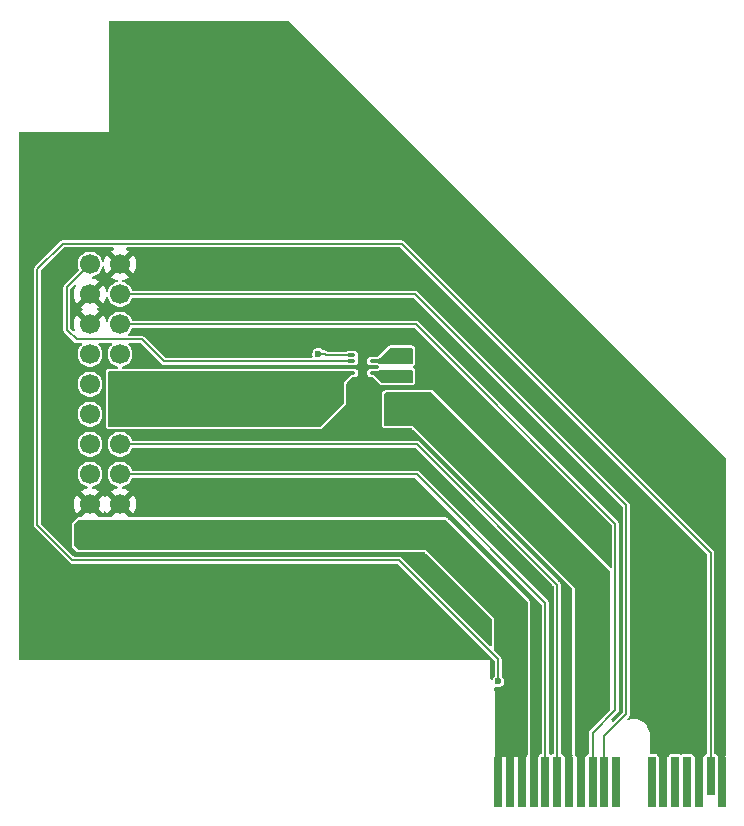
<source format=gbr>
%TF.GenerationSoftware,KiCad,Pcbnew,9.0.3*%
%TF.CreationDate,2025-08-09T18:19:05-04:00*%
%TF.ProjectId,PCIe-Aux-Signal-Breakout,50434965-2d41-4757-982d-5369676e616c,rev?*%
%TF.SameCoordinates,Original*%
%TF.FileFunction,Copper,L1,Top*%
%TF.FilePolarity,Positive*%
%FSLAX46Y46*%
G04 Gerber Fmt 4.6, Leading zero omitted, Abs format (unit mm)*
G04 Created by KiCad (PCBNEW 9.0.3) date 2025-08-09 18:19:05*
%MOMM*%
%LPD*%
G01*
G04 APERTURE LIST*
G04 Aperture macros list*
%AMRoundRect*
0 Rectangle with rounded corners*
0 $1 Rounding radius*
0 $2 $3 $4 $5 $6 $7 $8 $9 X,Y pos of 4 corners*
0 Add a 4 corners polygon primitive as box body*
4,1,4,$2,$3,$4,$5,$6,$7,$8,$9,$2,$3,0*
0 Add four circle primitives for the rounded corners*
1,1,$1+$1,$2,$3*
1,1,$1+$1,$4,$5*
1,1,$1+$1,$6,$7*
1,1,$1+$1,$8,$9*
0 Add four rect primitives between the rounded corners*
20,1,$1+$1,$2,$3,$4,$5,0*
20,1,$1+$1,$4,$5,$6,$7,0*
20,1,$1+$1,$6,$7,$8,$9,0*
20,1,$1+$1,$8,$9,$2,$3,0*%
G04 Aperture macros list end*
%TA.AperFunction,SMDPad,CuDef*%
%ADD10O,0.800000X0.300000*%
%TD*%
%TA.AperFunction,HeatsinkPad*%
%ADD11R,0.700000X1.300000*%
%TD*%
%TA.AperFunction,ComponentPad*%
%ADD12RoundRect,0.250000X0.600000X0.600000X-0.600000X0.600000X-0.600000X-0.600000X0.600000X-0.600000X0*%
%TD*%
%TA.AperFunction,ComponentPad*%
%ADD13C,1.700000*%
%TD*%
%TA.AperFunction,SMDPad,CuDef*%
%ADD14RoundRect,0.225000X0.250000X-0.225000X0.250000X0.225000X-0.250000X0.225000X-0.250000X-0.225000X0*%
%TD*%
%TA.AperFunction,HeatsinkPad*%
%ADD15R,2.000000X0.800000*%
%TD*%
%TA.AperFunction,ConnectorPad*%
%ADD16R,0.700000X4.200000*%
%TD*%
%TA.AperFunction,ConnectorPad*%
%ADD17R,0.700000X3.200000*%
%TD*%
%TA.AperFunction,SMDPad,CuDef*%
%ADD18RoundRect,0.225000X0.225000X0.250000X-0.225000X0.250000X-0.225000X-0.250000X0.225000X-0.250000X0*%
%TD*%
%TA.AperFunction,SMDPad,CuDef*%
%ADD19RoundRect,0.250000X-0.250000X-0.475000X0.250000X-0.475000X0.250000X0.475000X-0.250000X0.475000X0*%
%TD*%
%TA.AperFunction,ViaPad*%
%ADD20C,0.600000*%
%TD*%
%TA.AperFunction,Conductor*%
%ADD21C,0.200000*%
%TD*%
G04 APERTURE END LIST*
D10*
%TO.P,U1,1,SW*%
%TO.N,Net-(U1-SW)*%
X81365000Y-102520000D03*
%TO.P,U1,2,PGND*%
%TO.N,GND*%
X81365000Y-102020000D03*
%TO.P,U1,3,IN*%
%TO.N,+3.3V*%
X81365000Y-101520000D03*
%TO.P,U1,4,AGND*%
%TO.N,GND*%
X81365000Y-101020000D03*
%TO.P,U1,5,OUTS*%
%TO.N,+5V*%
X79465000Y-101020000D03*
%TO.P,U1,6,EN*%
%TO.N,PERST#*%
X79465000Y-101520000D03*
%TO.P,U1,7,~{PG}*%
%TO.N,GND*%
X79465000Y-102020000D03*
%TO.P,U1,8,OUT*%
%TO.N,+5V*%
X79465000Y-102520000D03*
D11*
%TO.P,U1,9,EP*%
%TO.N,GND*%
X80415000Y-101770000D03*
%TD*%
D12*
%TO.P,J3,1,Pin_1*%
%TO.N,+12V*%
X59877500Y-116180000D03*
D13*
%TO.P,J3,2,Pin_2*%
X57337500Y-116180000D03*
%TO.P,J3,3,Pin_3*%
%TO.N,GND*%
X59877500Y-113640000D03*
%TO.P,J3,4,Pin_4*%
X57337500Y-113640000D03*
%TO.P,J3,5,Pin_5*%
%TO.N,SMBCLK*%
X59877500Y-111100000D03*
%TO.P,J3,6,Pin_6*%
%TO.N,TCK*%
X57337500Y-111100000D03*
%TO.P,J3,7,Pin_7*%
%TO.N,SMBDAT*%
X59877500Y-108560000D03*
%TO.P,J3,8,Pin_8*%
%TO.N,TDI*%
X57337500Y-108560000D03*
%TO.P,J3,9,Pin_9*%
%TO.N,+5V*%
X59877500Y-106020000D03*
%TO.P,J3,10,Pin_10*%
%TO.N,TDO*%
X57337500Y-106020000D03*
%TO.P,J3,11,Pin_11*%
%TO.N,+5V*%
X59877500Y-103480000D03*
%TO.P,J3,12,Pin_12*%
%TO.N,TMS*%
X57337500Y-103480000D03*
%TO.P,J3,13,Pin_13*%
%TO.N,+3.3V*%
X59877500Y-100940000D03*
%TO.P,J3,14,Pin_14*%
X57337500Y-100940000D03*
%TO.P,J3,15,Pin_15*%
%TO.N,TRST#*%
X59877500Y-98400000D03*
%TO.P,J3,16,Pin_16*%
%TO.N,GND*%
X57337500Y-98400000D03*
%TO.P,J3,17,Pin_17*%
%TO.N,+3.3VAUX*%
X59877500Y-95860000D03*
%TO.P,J3,18,Pin_18*%
%TO.N,GND*%
X57337500Y-95860000D03*
%TO.P,J3,19,Pin_19*%
X59877500Y-93320000D03*
%TO.P,J3,20,Pin_20*%
%TO.N,PERST#*%
X57337500Y-93320000D03*
%TD*%
D14*
%TO.P,C3,1*%
%TO.N,+3.3V*%
X83245000Y-101120000D03*
%TO.P,C3,2*%
%TO.N,GND*%
X83245000Y-99570000D03*
%TD*%
D15*
%TO.P,L1,1,1*%
%TO.N,+3.3V*%
X83445000Y-104770000D03*
%TO.P,L1,2,2*%
%TO.N,Net-(U1-SW)*%
X83445000Y-102770000D03*
%TD*%
D16*
%TO.P,J1,B1,+12V*%
%TO.N,+12V*%
X91890000Y-137120000D03*
%TO.P,J1,B2,+12V*%
X92890000Y-137120000D03*
%TO.P,J1,B3,+12V*%
X93890000Y-137120000D03*
%TO.P,J1,B4,GND*%
%TO.N,GND*%
X94890000Y-137120000D03*
%TO.P,J1,B5,SMBCLK*%
%TO.N,SMBCLK*%
X95890000Y-137120000D03*
%TO.P,J1,B6,SMBDAT*%
%TO.N,SMBDAT*%
X96890000Y-137120000D03*
%TO.P,J1,B7,GND*%
%TO.N,GND*%
X97890000Y-137120000D03*
%TO.P,J1,B8,+3.3V*%
%TO.N,+3.3V*%
X98890000Y-137120000D03*
%TO.P,J1,B9,TRST#*%
%TO.N,TRST#*%
X99890000Y-137120000D03*
%TO.P,J1,B10,+3.3V_aux*%
%TO.N,+3.3VAUX*%
X100890000Y-137120000D03*
%TO.P,J1,B11,WAKE#*%
%TO.N,unconnected-(J1-WAKE#-PadB11)*%
X101890000Y-137120000D03*
%TO.P,J1,B12,CLKREQ#*%
%TO.N,unconnected-(J1-CLKREQ#-PadB12)*%
X104890000Y-137120000D03*
%TO.P,J1,B13,GND*%
%TO.N,GND*%
X105890000Y-137120000D03*
%TO.P,J1,B14,PERp0*%
%TO.N,unconnected-(J1-PERp0-PadB14)*%
X106890000Y-137120000D03*
%TO.P,J1,B15,PERn0*%
%TO.N,unconnected-(J1-PERn0-PadB15)*%
X107890000Y-137120000D03*
%TO.P,J1,B16,GND*%
%TO.N,GND*%
X108890000Y-137120000D03*
D17*
%TO.P,J1,B17,PRSNT2#*%
%TO.N,PRSNT*%
X109890000Y-136620000D03*
D16*
%TO.P,J1,B18,GND*%
%TO.N,GND*%
X110890000Y-137120000D03*
%TD*%
D18*
%TO.P,C2,1*%
%TO.N,+3.3V*%
X82870000Y-106100000D03*
%TO.P,C2,2*%
%TO.N,GND*%
X81320000Y-106100000D03*
%TD*%
D19*
%TO.P,C1,1*%
%TO.N,+5V*%
X78065000Y-104080000D03*
%TO.P,C1,2*%
%TO.N,GND*%
X79965000Y-104080000D03*
%TD*%
D20*
%TO.N,+5V*%
X76655000Y-100920000D03*
%TO.N,GND*%
X105885000Y-134255000D03*
X95120000Y-131605000D03*
X84260000Y-99585000D03*
X97715000Y-123695000D03*
X95115000Y-133380000D03*
X110855000Y-134205000D03*
X108890000Y-134215000D03*
X81470000Y-104090000D03*
X80230000Y-106085000D03*
X95115000Y-134230000D03*
X95120000Y-132455000D03*
X107910000Y-134230000D03*
X106915000Y-134245000D03*
%TO.N,+3.3V*%
X98890000Y-131715000D03*
X84145000Y-106480000D03*
X98890000Y-130860000D03*
X99890000Y-130860000D03*
X99890000Y-131720000D03*
X100890000Y-130860000D03*
X84145000Y-105730000D03*
X84245000Y-101110000D03*
%TO.N,PRSNT*%
X91890000Y-128640000D03*
%TO.N,+12V*%
X92890000Y-131610000D03*
X92890000Y-134240000D03*
X93910000Y-133380000D03*
X93910000Y-132450000D03*
X93910000Y-134230000D03*
X93910000Y-131600000D03*
X92890000Y-132460000D03*
X92890000Y-133390000D03*
%TD*%
D21*
%TO.N,+5V*%
X77220000Y-100920000D02*
X77320000Y-101020000D01*
X77320000Y-101020000D02*
X79465000Y-101020000D01*
X76655000Y-100920000D02*
X77220000Y-100920000D01*
%TO.N,TRST#*%
X99890000Y-132975000D02*
X101830000Y-131035000D01*
X84920000Y-98400000D02*
X59877500Y-98400000D01*
X101830000Y-131035000D02*
X101830000Y-115310000D01*
X101830000Y-115310000D02*
X84920000Y-98400000D01*
X99890000Y-137120000D02*
X99890000Y-132975000D01*
%TO.N,+3.3VAUX*%
X84875000Y-95860000D02*
X59877500Y-95860000D01*
X100890000Y-133285000D02*
X102740000Y-131435000D01*
X102740000Y-113725000D02*
X84875000Y-95860000D01*
X100890000Y-137120000D02*
X100890000Y-133285000D01*
X102740000Y-131435000D02*
X102740000Y-113725000D01*
%TO.N,PRSNT*%
X83495000Y-118370000D02*
X55845000Y-118370000D01*
X52890000Y-93730000D02*
X55020000Y-91600000D01*
X55845000Y-118370000D02*
X52890000Y-115415000D01*
X83740000Y-91600000D02*
X109890000Y-117750000D01*
X52890000Y-115415000D02*
X52890000Y-93730000D01*
X91890000Y-128640000D02*
X91890000Y-126765000D01*
X91890000Y-126765000D02*
X83495000Y-118370000D01*
X55020000Y-91600000D02*
X83740000Y-91600000D01*
X109890000Y-117750000D02*
X109890000Y-136620000D01*
%TO.N,PERST#*%
X55385000Y-98870000D02*
X56205000Y-99690000D01*
X63570000Y-101520000D02*
X61735000Y-99685000D01*
X56205000Y-99690000D02*
X56210000Y-99685000D01*
X55385000Y-95272500D02*
X57337500Y-93320000D01*
X56210000Y-99685000D02*
X61735000Y-99685000D01*
X79465000Y-101520000D02*
X63570000Y-101520000D01*
X55385000Y-95272500D02*
X55385000Y-98870000D01*
%TO.N,SMBDAT*%
X96890000Y-137120000D02*
X96890000Y-120450000D01*
X96890000Y-120450000D02*
X85000000Y-108560000D01*
X85000000Y-108560000D02*
X59877500Y-108560000D01*
%TO.N,SMBCLK*%
X59877500Y-111100000D02*
X84990000Y-111100000D01*
X84990000Y-111100000D02*
X95890000Y-122000000D01*
X95890000Y-122000000D02*
X95890000Y-137120000D01*
%TD*%
%TA.AperFunction,Conductor*%
%TO.N,+5V*%
G36*
X79166197Y-102370500D02*
G01*
X79371000Y-102370500D01*
X79385912Y-102375345D01*
X79401593Y-102375345D01*
X79414278Y-102384561D01*
X79429191Y-102389407D01*
X79438407Y-102402092D01*
X79451093Y-102411309D01*
X79455938Y-102426221D01*
X79465155Y-102438907D01*
X79470000Y-102469500D01*
X79470000Y-102628992D01*
X79451093Y-102687183D01*
X79441004Y-102698996D01*
X78845000Y-103295000D01*
X78845000Y-105018992D01*
X78826093Y-105077183D01*
X78816004Y-105088996D01*
X76828996Y-107076004D01*
X76774479Y-107103781D01*
X76758992Y-107105000D01*
X58964000Y-107105000D01*
X58905809Y-107086093D01*
X58869845Y-107036593D01*
X58865000Y-107006000D01*
X58865000Y-102469000D01*
X58883907Y-102410809D01*
X58933407Y-102374845D01*
X58964000Y-102370000D01*
X79158569Y-102370000D01*
X79166197Y-102370500D01*
G37*
%TD.AperFunction*%
%TD*%
%TA.AperFunction,Conductor*%
%TO.N,Net-(U1-SW)*%
G36*
X84634191Y-102288907D02*
G01*
X84670155Y-102338407D01*
X84675000Y-102369000D01*
X84675000Y-103261000D01*
X84656093Y-103319191D01*
X84606593Y-103355155D01*
X84576000Y-103360000D01*
X82086008Y-103360000D01*
X82027817Y-103341093D01*
X82016004Y-103331004D01*
X81383996Y-102698996D01*
X81380369Y-102691878D01*
X81373907Y-102687183D01*
X81366743Y-102665134D01*
X81356219Y-102644479D01*
X81355000Y-102628992D01*
X81355000Y-102469500D01*
X81373907Y-102411309D01*
X81423407Y-102375345D01*
X81454000Y-102370500D01*
X81661142Y-102370500D01*
X81661144Y-102370500D01*
X81750288Y-102346614D01*
X81830212Y-102300469D01*
X81831686Y-102298994D01*
X81833015Y-102298317D01*
X81835358Y-102296520D01*
X81835691Y-102296954D01*
X81886201Y-102271219D01*
X81901688Y-102270000D01*
X84576000Y-102270000D01*
X84634191Y-102288907D01*
G37*
%TD.AperFunction*%
%TD*%
%TA.AperFunction,Conductor*%
%TO.N,+3.3V*%
G36*
X84634191Y-100418907D02*
G01*
X84670155Y-100468407D01*
X84675000Y-100499000D01*
X84675000Y-101671000D01*
X84656093Y-101729191D01*
X84606593Y-101765155D01*
X84576000Y-101770000D01*
X81901688Y-101770000D01*
X81843497Y-101751093D01*
X81831690Y-101741009D01*
X81830212Y-101739531D01*
X81750288Y-101693386D01*
X81661144Y-101669500D01*
X81464000Y-101669500D01*
X81449088Y-101664655D01*
X81433407Y-101664655D01*
X81420721Y-101655438D01*
X81405809Y-101650593D01*
X81396592Y-101637907D01*
X81383907Y-101628691D01*
X81379061Y-101613778D01*
X81369845Y-101601093D01*
X81365000Y-101570500D01*
X81365000Y-101469500D01*
X81383907Y-101411309D01*
X81433407Y-101375345D01*
X81464000Y-101370500D01*
X81661142Y-101370500D01*
X81661144Y-101370500D01*
X81750288Y-101346614D01*
X81830212Y-101300469D01*
X81831686Y-101298994D01*
X81833015Y-101298317D01*
X81835358Y-101296520D01*
X81835691Y-101296954D01*
X81868025Y-101280479D01*
X81866806Y-101277536D01*
X81884998Y-101270000D01*
X81885000Y-101270000D01*
X82726004Y-100428996D01*
X82780521Y-100401219D01*
X82796008Y-100400000D01*
X84576000Y-100400000D01*
X84634191Y-100418907D01*
G37*
%TD.AperFunction*%
%TD*%
%TA.AperFunction,Conductor*%
%TO.N,+3.3V*%
G36*
X101385000Y-131014021D02*
G01*
X101366093Y-131072212D01*
X101356004Y-131084025D01*
X99705489Y-132734540D01*
X99705488Y-132734539D01*
X99649539Y-132790489D01*
X99609980Y-132859007D01*
X99609978Y-132859011D01*
X99589500Y-132935435D01*
X99589500Y-134724478D01*
X99570593Y-134782669D01*
X99521093Y-134818633D01*
X99509816Y-134821575D01*
X99461772Y-134831132D01*
X99461766Y-134831134D01*
X99395451Y-134875445D01*
X99395445Y-134875451D01*
X99351134Y-134941766D01*
X99347403Y-134950776D01*
X99345910Y-134950157D01*
X99321524Y-134993700D01*
X99265959Y-135019314D01*
X99254325Y-135020000D01*
X98525675Y-135020000D01*
X98467484Y-135001093D01*
X98438143Y-134967251D01*
X98431395Y-134954481D01*
X98428867Y-134941769D01*
X98408849Y-134911811D01*
X98406468Y-134907304D01*
X98403038Y-134887551D01*
X98395000Y-134861053D01*
X98395000Y-130395000D01*
X101385000Y-130395000D01*
X101385000Y-131014021D01*
G37*
%TD.AperFunction*%
%TD*%
%TA.AperFunction,Conductor*%
%TO.N,+3.3V*%
G36*
X86277183Y-104198907D02*
G01*
X86288996Y-104208996D01*
X101356004Y-119276004D01*
X101383781Y-119330521D01*
X101385000Y-119346008D01*
X101385000Y-130395000D01*
X98395000Y-130395000D01*
X98395000Y-120720000D01*
X84685000Y-107010000D01*
X84685000Y-104180000D01*
X86218992Y-104180000D01*
X86277183Y-104198907D01*
G37*
%TD.AperFunction*%
%TD*%
%TA.AperFunction,Conductor*%
%TO.N,+12V*%
G36*
X87497183Y-114988907D02*
G01*
X87508996Y-114998996D01*
X94361004Y-121851004D01*
X94388781Y-121905521D01*
X94390000Y-121921008D01*
X94390000Y-134853569D01*
X94377969Y-134900870D01*
X94375814Y-134904830D01*
X94351133Y-134941769D01*
X94348485Y-134955078D01*
X94341294Y-134968301D01*
X94329477Y-134979497D01*
X94321524Y-134993700D01*
X94307828Y-135000013D01*
X94296881Y-135010387D01*
X94280740Y-135012499D01*
X94265959Y-135019314D01*
X94254325Y-135020000D01*
X91720500Y-135020000D01*
X91662309Y-135001093D01*
X91626345Y-134951593D01*
X91621500Y-134921000D01*
X91621500Y-129550379D01*
X91621500Y-129550378D01*
X91583746Y-129263610D01*
X91573995Y-129227219D01*
X91577198Y-129166119D01*
X91615703Y-129118570D01*
X91674803Y-129102734D01*
X91695245Y-129105971D01*
X91696812Y-129106390D01*
X91696814Y-129106392D01*
X91824108Y-129140500D01*
X91824110Y-129140500D01*
X91955890Y-129140500D01*
X91955892Y-129140500D01*
X92083186Y-129106392D01*
X92083188Y-129106390D01*
X92083190Y-129106390D01*
X92197309Y-129040503D01*
X92197309Y-129040502D01*
X92197314Y-129040500D01*
X92290500Y-128947314D01*
X92356392Y-128833186D01*
X92390500Y-128705892D01*
X92390500Y-128574108D01*
X92356392Y-128446814D01*
X92356390Y-128446811D01*
X92356390Y-128446809D01*
X92290503Y-128332690D01*
X92290501Y-128332688D01*
X92290500Y-128332686D01*
X92219494Y-128261680D01*
X92191719Y-128207166D01*
X92190500Y-128191679D01*
X92190500Y-126725437D01*
X92190499Y-126725435D01*
X92170021Y-126649011D01*
X92170019Y-126649007D01*
X92130460Y-126580489D01*
X92074511Y-126524539D01*
X92074511Y-126524540D01*
X91568996Y-126019025D01*
X91541219Y-125964508D01*
X91540000Y-125949021D01*
X91540000Y-123260001D01*
X91540000Y-123260000D01*
X85800000Y-117520000D01*
X85799999Y-117520000D01*
X56401008Y-117520000D01*
X56342817Y-117501093D01*
X56331004Y-117491004D01*
X56038996Y-117198996D01*
X56011219Y-117144479D01*
X56010000Y-117128992D01*
X56010000Y-115331008D01*
X56028907Y-115272817D01*
X56038996Y-115261004D01*
X56301004Y-114998996D01*
X56355521Y-114971219D01*
X56371008Y-114970000D01*
X87438992Y-114970000D01*
X87497183Y-114988907D01*
G37*
%TD.AperFunction*%
%TD*%
%TA.AperFunction,Conductor*%
%TO.N,+3.3V*%
G36*
X84685000Y-107010000D02*
G01*
X82364000Y-107010000D01*
X82305809Y-106991093D01*
X82269845Y-106941593D01*
X82265000Y-106911000D01*
X82265000Y-104279000D01*
X82283907Y-104220809D01*
X82333407Y-104184845D01*
X82364000Y-104180000D01*
X84685000Y-104180000D01*
X84685000Y-107010000D01*
G37*
%TD.AperFunction*%
%TD*%
%TA.AperFunction,Conductor*%
%TO.N,GND*%
G36*
X84882712Y-111419407D02*
G01*
X84894525Y-111429496D01*
X95560504Y-122095475D01*
X95588281Y-122149992D01*
X95589500Y-122165479D01*
X95589500Y-134724478D01*
X95570593Y-134782669D01*
X95521093Y-134818633D01*
X95509816Y-134821575D01*
X95461772Y-134831132D01*
X95461766Y-134831134D01*
X95395451Y-134875445D01*
X95395445Y-134875451D01*
X95351134Y-134941766D01*
X95347403Y-134950776D01*
X95345910Y-134950157D01*
X95321524Y-134993700D01*
X95265959Y-135019314D01*
X95254325Y-135020000D01*
X94686741Y-135020000D01*
X94628550Y-135001093D01*
X94592586Y-134951593D01*
X94589766Y-134907407D01*
X94588776Y-134907284D01*
X94589159Y-134904225D01*
X94595500Y-134853569D01*
X94595500Y-121921008D01*
X94594866Y-121904883D01*
X94593647Y-121889396D01*
X94571884Y-121812228D01*
X94544107Y-121757711D01*
X94506314Y-121705694D01*
X87654306Y-114853686D01*
X87654292Y-114853673D01*
X87654285Y-114853666D01*
X87642465Y-114842739D01*
X87642456Y-114842731D01*
X87630643Y-114832642D01*
X87560685Y-114793464D01*
X87502494Y-114774557D01*
X87502491Y-114774556D01*
X87502492Y-114774556D01*
X87438995Y-114764500D01*
X87438992Y-114764500D01*
X60689454Y-114764500D01*
X60631263Y-114745593D01*
X60619450Y-114735504D01*
X60006908Y-114122962D01*
X60070493Y-114105925D01*
X60184507Y-114040099D01*
X60277599Y-113947007D01*
X60343425Y-113832993D01*
X60360462Y-113769408D01*
X60992770Y-114401716D01*
X61032120Y-114347556D01*
X61128595Y-114158215D01*
X61194259Y-113956121D01*
X61227500Y-113746250D01*
X61227500Y-113533749D01*
X61194259Y-113323878D01*
X61128595Y-113121784D01*
X61032123Y-112932446D01*
X61032119Y-112932440D01*
X60992770Y-112878282D01*
X60992769Y-112878282D01*
X60360462Y-113510589D01*
X60343425Y-113447007D01*
X60277599Y-113332993D01*
X60184507Y-113239901D01*
X60070493Y-113174075D01*
X60006907Y-113157037D01*
X60639216Y-112524729D01*
X60639216Y-112524728D01*
X60585059Y-112485380D01*
X60585053Y-112485376D01*
X60395715Y-112388904D01*
X60193622Y-112323241D01*
X60139322Y-112314640D01*
X60084806Y-112286862D01*
X60057029Y-112232345D01*
X60066601Y-112171913D01*
X60109866Y-112128649D01*
X60135493Y-112119762D01*
X60183920Y-112110130D01*
X60375098Y-112030941D01*
X60547155Y-111915977D01*
X60693477Y-111769655D01*
X60808441Y-111597598D01*
X60864768Y-111461614D01*
X60904505Y-111415088D01*
X60956232Y-111400500D01*
X84824521Y-111400500D01*
X84882712Y-111419407D01*
G37*
%TD.AperFunction*%
%TA.AperFunction,Conductor*%
G36*
X59335623Y-91919407D02*
G01*
X59371587Y-91968907D01*
X59371587Y-92030093D01*
X59335623Y-92079593D01*
X59322377Y-92087710D01*
X59169946Y-92165376D01*
X59169942Y-92165378D01*
X59115782Y-92204728D01*
X59748091Y-92837037D01*
X59684507Y-92854075D01*
X59570493Y-92919901D01*
X59477401Y-93012993D01*
X59411575Y-93127007D01*
X59394537Y-93190591D01*
X58762228Y-92558282D01*
X58722878Y-92612442D01*
X58722876Y-92612446D01*
X58626404Y-92801784D01*
X58560741Y-93003877D01*
X58552140Y-93058177D01*
X58524362Y-93112694D01*
X58469845Y-93140470D01*
X58409413Y-93130898D01*
X58366149Y-93087633D01*
X58357262Y-93062006D01*
X58347630Y-93013580D01*
X58268441Y-92822402D01*
X58153477Y-92650345D01*
X58007155Y-92504023D01*
X57835098Y-92389059D01*
X57835099Y-92389059D01*
X57835097Y-92389058D01*
X57643918Y-92309869D01*
X57440967Y-92269500D01*
X57440965Y-92269500D01*
X57234035Y-92269500D01*
X57234032Y-92269500D01*
X57031081Y-92309869D01*
X56839902Y-92389058D01*
X56667848Y-92504020D01*
X56521520Y-92650348D01*
X56406558Y-92822402D01*
X56327369Y-93013581D01*
X56287000Y-93216532D01*
X56287000Y-93423467D01*
X56327369Y-93626418D01*
X56383696Y-93762402D01*
X56388497Y-93823399D01*
X56362236Y-93870292D01*
X55200489Y-95032040D01*
X55200488Y-95032039D01*
X55144539Y-95087989D01*
X55104980Y-95156507D01*
X55104978Y-95156511D01*
X55084500Y-95232935D01*
X55084500Y-98909564D01*
X55104978Y-98985988D01*
X55104980Y-98985992D01*
X55144538Y-99054508D01*
X55144540Y-99054511D01*
X55964540Y-99874511D01*
X55964539Y-99874511D01*
X56020486Y-99930457D01*
X56020489Y-99930460D01*
X56089012Y-99970021D01*
X56089014Y-99970021D01*
X56089015Y-99970022D01*
X56127225Y-99980260D01*
X56165435Y-99990499D01*
X56165437Y-99990500D01*
X56165438Y-99990500D01*
X56244561Y-99990500D01*
X56244562Y-99990500D01*
X56250634Y-99988872D01*
X56276256Y-99985500D01*
X56567361Y-99985500D01*
X56625552Y-100004407D01*
X56661516Y-100053907D01*
X56661516Y-100115093D01*
X56637366Y-100154501D01*
X56573753Y-100218115D01*
X56521520Y-100270348D01*
X56406558Y-100442402D01*
X56327369Y-100633581D01*
X56287000Y-100836532D01*
X56287000Y-101043467D01*
X56327369Y-101246418D01*
X56406558Y-101437597D01*
X56492450Y-101566144D01*
X56521523Y-101609655D01*
X56667845Y-101755977D01*
X56839902Y-101870941D01*
X57031080Y-101950130D01*
X57234035Y-101990500D01*
X57234036Y-101990500D01*
X57440964Y-101990500D01*
X57440965Y-101990500D01*
X57643920Y-101950130D01*
X57835098Y-101870941D01*
X58007155Y-101755977D01*
X58153477Y-101609655D01*
X58268441Y-101437598D01*
X58347630Y-101246420D01*
X58388000Y-101043465D01*
X58388000Y-100836535D01*
X58347630Y-100633580D01*
X58268441Y-100442402D01*
X58153477Y-100270345D01*
X58037633Y-100154501D01*
X58009858Y-100099987D01*
X58019429Y-100039555D01*
X58062694Y-99996290D01*
X58107639Y-99985500D01*
X59107361Y-99985500D01*
X59165552Y-100004407D01*
X59201516Y-100053907D01*
X59201516Y-100115093D01*
X59177366Y-100154501D01*
X59113753Y-100218115D01*
X59061520Y-100270348D01*
X58946558Y-100442402D01*
X58867369Y-100633581D01*
X58827000Y-100836532D01*
X58827000Y-101043467D01*
X58867369Y-101246418D01*
X58946558Y-101437597D01*
X59032450Y-101566144D01*
X59061523Y-101609655D01*
X59207845Y-101755977D01*
X59379902Y-101870941D01*
X59571080Y-101950130D01*
X59648064Y-101965443D01*
X59662940Y-101968402D01*
X59716324Y-101998299D01*
X59741940Y-102053864D01*
X59730003Y-102113874D01*
X59685073Y-102155406D01*
X59643626Y-102164500D01*
X58964000Y-102164500D01*
X58931856Y-102167030D01*
X58901206Y-102171883D01*
X58896718Y-102172646D01*
X58896713Y-102172647D01*
X58812617Y-102208591D01*
X58763118Y-102244555D01*
X58735372Y-102268797D01*
X58688464Y-102347307D01*
X58688462Y-102347310D01*
X58669556Y-102405499D01*
X58659500Y-102468996D01*
X58659500Y-102469000D01*
X58659500Y-107006000D01*
X58661399Y-107030130D01*
X58662030Y-107038143D01*
X58666883Y-107068793D01*
X58667646Y-107073281D01*
X58667647Y-107073286D01*
X58703591Y-107157382D01*
X58703592Y-107157383D01*
X58739556Y-107206883D01*
X58763797Y-107234628D01*
X58842307Y-107281536D01*
X58900498Y-107300443D01*
X58913198Y-107302454D01*
X58963996Y-107310500D01*
X58964000Y-107310500D01*
X76758978Y-107310500D01*
X76758992Y-107310500D01*
X76775117Y-107309866D01*
X76790604Y-107308647D01*
X76867772Y-107286884D01*
X76922289Y-107259107D01*
X76974306Y-107221314D01*
X78961314Y-105234306D01*
X78972269Y-105222456D01*
X78982358Y-105210643D01*
X79021536Y-105140685D01*
X79040443Y-105082494D01*
X79050500Y-105018992D01*
X79050500Y-103421128D01*
X79069407Y-103362937D01*
X79079496Y-103351124D01*
X79531124Y-102899496D01*
X79585641Y-102871719D01*
X79601128Y-102870500D01*
X79761142Y-102870500D01*
X79761144Y-102870500D01*
X79850288Y-102846614D01*
X79930212Y-102800469D01*
X79995469Y-102735212D01*
X80041614Y-102655288D01*
X80065500Y-102566144D01*
X80065500Y-102473856D01*
X80041614Y-102384712D01*
X79995469Y-102304788D01*
X79930212Y-102239531D01*
X79876623Y-102208591D01*
X79850290Y-102193387D01*
X79850289Y-102193386D01*
X79850288Y-102193386D01*
X79761144Y-102169500D01*
X79761142Y-102169500D01*
X79407204Y-102169500D01*
X79391717Y-102168281D01*
X79371002Y-102165000D01*
X79371000Y-102165000D01*
X79175465Y-102165000D01*
X79172226Y-102164947D01*
X79158569Y-102164500D01*
X60111374Y-102164500D01*
X60053183Y-102145593D01*
X60017219Y-102096093D01*
X60017219Y-102034907D01*
X60053183Y-101985407D01*
X60092060Y-101968402D01*
X60106936Y-101965443D01*
X60183920Y-101950130D01*
X60375098Y-101870941D01*
X60547155Y-101755977D01*
X60693477Y-101609655D01*
X60808441Y-101437598D01*
X60887630Y-101246420D01*
X60928000Y-101043465D01*
X60928000Y-100836535D01*
X60887630Y-100633580D01*
X60808441Y-100442402D01*
X60693477Y-100270345D01*
X60577633Y-100154501D01*
X60549858Y-100099987D01*
X60559429Y-100039555D01*
X60602694Y-99996290D01*
X60647639Y-99985500D01*
X61569521Y-99985500D01*
X61627712Y-100004407D01*
X61639525Y-100014496D01*
X63329540Y-101704511D01*
X63329539Y-101704511D01*
X63385489Y-101760460D01*
X63454007Y-101800019D01*
X63454011Y-101800021D01*
X63530435Y-101820499D01*
X63530437Y-101820500D01*
X63530438Y-101820500D01*
X79007954Y-101820500D01*
X79057454Y-101833764D01*
X79079708Y-101846612D01*
X79079706Y-101846612D01*
X79079710Y-101846613D01*
X79079712Y-101846614D01*
X79168856Y-101870500D01*
X79168858Y-101870500D01*
X79761142Y-101870500D01*
X79761144Y-101870500D01*
X79850288Y-101846614D01*
X79930212Y-101800469D01*
X79995469Y-101735212D01*
X80041614Y-101655288D01*
X80065500Y-101566144D01*
X80065500Y-101473856D01*
X80764500Y-101473856D01*
X80764500Y-101566144D01*
X80788386Y-101655288D01*
X80834531Y-101735212D01*
X80899788Y-101800469D01*
X80979712Y-101846614D01*
X81068856Y-101870500D01*
X81427796Y-101870500D01*
X81429500Y-101871053D01*
X81443283Y-101871719D01*
X81463998Y-101875000D01*
X81464000Y-101875000D01*
X81621054Y-101875000D01*
X81646676Y-101878373D01*
X81658380Y-101881509D01*
X81682258Y-101891400D01*
X81756500Y-101934264D01*
X81797441Y-101979733D01*
X81803837Y-102040584D01*
X81773244Y-102093572D01*
X81756498Y-102105737D01*
X81745066Y-102112337D01*
X81740513Y-102114810D01*
X81734956Y-102117641D01*
X81734924Y-102117659D01*
X81719364Y-102125586D01*
X81718155Y-102127251D01*
X81709478Y-102132884D01*
X81682253Y-102148601D01*
X81658390Y-102158487D01*
X81649224Y-102160944D01*
X81646686Y-102161624D01*
X81621054Y-102165000D01*
X81454000Y-102165000D01*
X81421856Y-102167530D01*
X81417102Y-102168282D01*
X81408549Y-102168955D01*
X81407628Y-102169318D01*
X81406769Y-102169095D01*
X81401628Y-102169500D01*
X81068856Y-102169500D01*
X80979712Y-102193386D01*
X80979711Y-102193386D01*
X80979709Y-102193387D01*
X80899790Y-102239529D01*
X80834529Y-102304790D01*
X80788387Y-102384709D01*
X80788386Y-102384711D01*
X80788386Y-102384712D01*
X80764500Y-102473856D01*
X80764500Y-102566144D01*
X80788386Y-102655288D01*
X80788387Y-102655290D01*
X80793427Y-102664020D01*
X80834531Y-102735212D01*
X80899788Y-102800469D01*
X80979712Y-102846614D01*
X81068856Y-102870500D01*
X81223872Y-102870500D01*
X81282063Y-102889407D01*
X81293876Y-102899496D01*
X81870694Y-103476314D01*
X81882544Y-103487269D01*
X81894357Y-103497358D01*
X81964315Y-103536536D01*
X82022506Y-103555443D01*
X82034560Y-103557352D01*
X82086004Y-103565500D01*
X82086008Y-103565500D01*
X84575993Y-103565500D01*
X84576000Y-103565500D01*
X84608144Y-103562970D01*
X84638737Y-103558125D01*
X84638748Y-103558123D01*
X84638793Y-103558116D01*
X84643281Y-103557353D01*
X84643280Y-103557353D01*
X84643287Y-103557352D01*
X84727383Y-103521408D01*
X84776883Y-103485444D01*
X84804628Y-103461203D01*
X84851536Y-103382693D01*
X84870443Y-103324502D01*
X84880500Y-103261000D01*
X84880500Y-102369000D01*
X84877970Y-102336856D01*
X84873125Y-102306263D01*
X84873116Y-102306206D01*
X84872353Y-102301718D01*
X84872352Y-102301713D01*
X84836408Y-102217617D01*
X84829850Y-102208591D01*
X84800444Y-102168117D01*
X84776203Y-102140372D01*
X84718747Y-102106043D01*
X84678492Y-102059966D01*
X84673008Y-101999027D01*
X84704391Y-101946503D01*
X84722948Y-101934849D01*
X84722551Y-101934150D01*
X84727381Y-101931409D01*
X84727381Y-101931408D01*
X84727383Y-101931408D01*
X84776883Y-101895444D01*
X84804628Y-101871203D01*
X84851536Y-101792693D01*
X84870443Y-101734502D01*
X84880500Y-101671000D01*
X84880500Y-100499000D01*
X84877970Y-100466856D01*
X84873125Y-100436263D01*
X84873116Y-100436206D01*
X84872353Y-100431718D01*
X84872352Y-100431713D01*
X84836408Y-100347617D01*
X84800444Y-100298117D01*
X84776203Y-100270372D01*
X84697693Y-100223464D01*
X84697691Y-100223463D01*
X84697689Y-100223462D01*
X84639499Y-100204556D01*
X84639500Y-100204556D01*
X84576003Y-100194500D01*
X84576000Y-100194500D01*
X82796008Y-100194500D01*
X82785258Y-100194922D01*
X82779876Y-100195134D01*
X82766331Y-100196200D01*
X82764396Y-100196353D01*
X82764393Y-100196353D01*
X82764392Y-100196354D01*
X82687230Y-100218115D01*
X82687224Y-100218117D01*
X82632708Y-100245894D01*
X82580695Y-100283684D01*
X81772417Y-101091960D01*
X81753576Y-101106711D01*
X81751932Y-101107703D01*
X81747891Y-101109937D01*
X81747491Y-101110383D01*
X81741304Y-101114119D01*
X81740043Y-101114412D01*
X81739534Y-101114742D01*
X81739713Y-101115050D01*
X81739682Y-101115068D01*
X81735541Y-101117324D01*
X81735419Y-101117403D01*
X81735279Y-101117475D01*
X81735275Y-101117468D01*
X81734930Y-101117657D01*
X81719345Y-101125600D01*
X81718137Y-101127263D01*
X81709477Y-101132884D01*
X81682255Y-101148600D01*
X81658390Y-101158487D01*
X81649224Y-101160944D01*
X81646686Y-101161624D01*
X81621054Y-101165000D01*
X81464000Y-101165000D01*
X81431856Y-101167530D01*
X81427102Y-101168282D01*
X81411628Y-101169500D01*
X81068856Y-101169500D01*
X80979712Y-101193386D01*
X80979711Y-101193386D01*
X80979709Y-101193387D01*
X80899790Y-101239529D01*
X80834529Y-101304790D01*
X80788387Y-101384709D01*
X80788386Y-101384711D01*
X80788386Y-101384712D01*
X80764500Y-101473856D01*
X80065500Y-101473856D01*
X80041614Y-101384712D01*
X80003962Y-101319498D01*
X79991241Y-101259653D01*
X80003961Y-101220503D01*
X80041614Y-101155288D01*
X80065500Y-101066144D01*
X80065500Y-100973856D01*
X80041614Y-100884712D01*
X79995469Y-100804788D01*
X79930212Y-100739531D01*
X79908177Y-100726809D01*
X79850290Y-100693387D01*
X79850289Y-100693386D01*
X79850288Y-100693386D01*
X79761144Y-100669500D01*
X79168856Y-100669500D01*
X79114297Y-100684118D01*
X79079707Y-100693387D01*
X79057454Y-100706236D01*
X79007954Y-100719500D01*
X77485478Y-100719500D01*
X77427287Y-100700593D01*
X77415480Y-100690509D01*
X77404511Y-100679540D01*
X77404508Y-100679538D01*
X77387121Y-100669499D01*
X77387121Y-100669500D01*
X77335989Y-100639979D01*
X77335988Y-100639978D01*
X77335987Y-100639978D01*
X77259564Y-100619500D01*
X77259562Y-100619500D01*
X77103321Y-100619500D01*
X77045130Y-100600593D01*
X77033323Y-100590509D01*
X76962314Y-100519500D01*
X76962311Y-100519498D01*
X76962309Y-100519496D01*
X76848189Y-100453609D01*
X76848191Y-100453609D01*
X76783240Y-100436206D01*
X76720892Y-100419500D01*
X76589108Y-100419500D01*
X76526760Y-100436206D01*
X76461809Y-100453609D01*
X76347690Y-100519496D01*
X76254496Y-100612690D01*
X76188609Y-100726809D01*
X76169539Y-100797978D01*
X76154500Y-100854108D01*
X76154500Y-100985892D01*
X76183702Y-101094879D01*
X76180500Y-101155978D01*
X76141995Y-101203528D01*
X76088076Y-101219500D01*
X63735479Y-101219500D01*
X63677288Y-101200593D01*
X63665475Y-101190504D01*
X62822588Y-100347617D01*
X61919511Y-99444540D01*
X61919508Y-99444538D01*
X61850992Y-99404980D01*
X61850988Y-99404978D01*
X61774564Y-99384500D01*
X61774562Y-99384500D01*
X60617639Y-99384500D01*
X60559448Y-99365593D01*
X60523484Y-99316093D01*
X60523484Y-99254907D01*
X60547633Y-99215498D01*
X60693477Y-99069655D01*
X60808441Y-98897598D01*
X60864768Y-98761614D01*
X60904505Y-98715088D01*
X60956232Y-98700500D01*
X84754521Y-98700500D01*
X84812712Y-98719407D01*
X84824525Y-98729496D01*
X101500504Y-115405475D01*
X101528281Y-115459992D01*
X101529500Y-115475479D01*
X101529500Y-118919873D01*
X101510593Y-118978064D01*
X101461093Y-119014028D01*
X101399907Y-119014028D01*
X101360498Y-118989878D01*
X86434306Y-104063686D01*
X86434292Y-104063673D01*
X86434285Y-104063666D01*
X86422465Y-104052739D01*
X86422456Y-104052731D01*
X86410643Y-104042642D01*
X86340685Y-104003464D01*
X86282494Y-103984557D01*
X86282491Y-103984556D01*
X86282492Y-103984556D01*
X86218995Y-103974500D01*
X86218992Y-103974500D01*
X84685000Y-103974500D01*
X82364000Y-103974500D01*
X82331856Y-103977030D01*
X82301206Y-103981883D01*
X82296718Y-103982646D01*
X82296713Y-103982647D01*
X82212617Y-104018591D01*
X82163118Y-104054555D01*
X82135372Y-104078797D01*
X82088464Y-104157307D01*
X82088462Y-104157310D01*
X82069556Y-104215499D01*
X82059500Y-104278996D01*
X82059500Y-104279000D01*
X82059500Y-106911000D01*
X82062030Y-106943143D01*
X82066883Y-106973793D01*
X82067646Y-106978281D01*
X82067647Y-106978286D01*
X82103591Y-107062382D01*
X82111514Y-107073287D01*
X82139556Y-107111883D01*
X82163797Y-107139628D01*
X82242307Y-107186536D01*
X82300498Y-107205443D01*
X82313198Y-107207454D01*
X82363996Y-107215500D01*
X82364000Y-107215500D01*
X84558872Y-107215500D01*
X84617063Y-107234407D01*
X84628876Y-107244496D01*
X98160504Y-120776124D01*
X98188281Y-120830641D01*
X98189500Y-120846128D01*
X98189500Y-130395000D01*
X98189500Y-134861053D01*
X98195904Y-134904225D01*
X98196238Y-134906473D01*
X98186075Y-134966808D01*
X98142388Y-135009646D01*
X98098310Y-135020000D01*
X97525675Y-135020000D01*
X97467484Y-135001093D01*
X97431520Y-134951593D01*
X97429111Y-134942360D01*
X97428867Y-134941772D01*
X97428867Y-134941769D01*
X97384552Y-134875448D01*
X97363009Y-134861053D01*
X97318233Y-134831134D01*
X97318231Y-134831133D01*
X97318228Y-134831132D01*
X97318227Y-134831132D01*
X97270184Y-134821575D01*
X97216801Y-134791678D01*
X97191186Y-134736112D01*
X97190500Y-134724478D01*
X97190500Y-120410437D01*
X97190499Y-120410435D01*
X97170021Y-120334011D01*
X97170019Y-120334007D01*
X97130460Y-120265489D01*
X97074511Y-120209539D01*
X97074511Y-120209540D01*
X85184511Y-108319540D01*
X85184508Y-108319538D01*
X85115992Y-108279980D01*
X85115988Y-108279978D01*
X85039564Y-108259500D01*
X85039562Y-108259500D01*
X60956232Y-108259500D01*
X60898041Y-108240593D01*
X60864768Y-108198386D01*
X60808441Y-108062402D01*
X60693479Y-107890348D01*
X60693477Y-107890345D01*
X60547155Y-107744023D01*
X60375098Y-107629059D01*
X60375099Y-107629059D01*
X60375097Y-107629058D01*
X60183918Y-107549869D01*
X59980967Y-107509500D01*
X59980965Y-107509500D01*
X59774035Y-107509500D01*
X59774032Y-107509500D01*
X59571081Y-107549869D01*
X59379902Y-107629058D01*
X59207848Y-107744020D01*
X59061520Y-107890348D01*
X58946558Y-108062402D01*
X58867369Y-108253581D01*
X58827000Y-108456532D01*
X58827000Y-108663467D01*
X58867369Y-108866418D01*
X58946558Y-109057597D01*
X58946559Y-109057598D01*
X59061523Y-109229655D01*
X59207845Y-109375977D01*
X59379902Y-109490941D01*
X59571080Y-109570130D01*
X59774035Y-109610500D01*
X59774036Y-109610500D01*
X59980964Y-109610500D01*
X59980965Y-109610500D01*
X60183920Y-109570130D01*
X60375098Y-109490941D01*
X60547155Y-109375977D01*
X60693477Y-109229655D01*
X60808441Y-109057598D01*
X60864768Y-108921614D01*
X60904505Y-108875088D01*
X60956232Y-108860500D01*
X84834521Y-108860500D01*
X84892712Y-108879407D01*
X84904525Y-108889496D01*
X96560504Y-120545475D01*
X96588281Y-120599992D01*
X96589500Y-120615479D01*
X96589500Y-134724478D01*
X96570593Y-134782669D01*
X96523509Y-134817813D01*
X96516793Y-134820187D01*
X96461769Y-134831133D01*
X96434696Y-134849222D01*
X96423009Y-134853356D01*
X96404211Y-134853840D01*
X96386113Y-134858945D01*
X96372888Y-134854648D01*
X96361844Y-134854933D01*
X96351172Y-134847592D01*
X96334999Y-134842337D01*
X96318232Y-134831134D01*
X96318233Y-134831134D01*
X96318231Y-134831133D01*
X96318228Y-134831132D01*
X96318227Y-134831132D01*
X96270184Y-134821575D01*
X96216801Y-134791678D01*
X96191186Y-134736112D01*
X96190500Y-134724478D01*
X96190500Y-121960437D01*
X96190499Y-121960435D01*
X96179934Y-121921008D01*
X96170021Y-121884011D01*
X96130460Y-121815489D01*
X96127195Y-121812224D01*
X96074511Y-121759539D01*
X96074511Y-121759540D01*
X85174511Y-110859540D01*
X85174508Y-110859538D01*
X85105992Y-110819980D01*
X85105988Y-110819978D01*
X85029564Y-110799500D01*
X85029562Y-110799500D01*
X60956232Y-110799500D01*
X60898041Y-110780593D01*
X60864768Y-110738386D01*
X60808441Y-110602402D01*
X60693479Y-110430348D01*
X60693477Y-110430345D01*
X60547155Y-110284023D01*
X60375098Y-110169059D01*
X60375099Y-110169059D01*
X60375097Y-110169058D01*
X60183918Y-110089869D01*
X59980967Y-110049500D01*
X59980965Y-110049500D01*
X59774035Y-110049500D01*
X59774032Y-110049500D01*
X59571081Y-110089869D01*
X59379902Y-110169058D01*
X59207848Y-110284020D01*
X59061520Y-110430348D01*
X58946558Y-110602402D01*
X58867369Y-110793581D01*
X58827000Y-110996532D01*
X58827000Y-111203467D01*
X58867369Y-111406418D01*
X58946558Y-111597597D01*
X58946559Y-111597598D01*
X59061523Y-111769655D01*
X59207845Y-111915977D01*
X59379902Y-112030941D01*
X59571080Y-112110130D01*
X59619503Y-112119762D01*
X59672886Y-112149657D01*
X59698503Y-112205221D01*
X59686567Y-112265231D01*
X59641638Y-112306765D01*
X59615677Y-112314640D01*
X59561377Y-112323241D01*
X59359284Y-112388904D01*
X59169946Y-112485376D01*
X59169942Y-112485378D01*
X59115782Y-112524728D01*
X59748091Y-113157037D01*
X59684507Y-113174075D01*
X59570493Y-113239901D01*
X59477401Y-113332993D01*
X59411575Y-113447007D01*
X59394537Y-113510591D01*
X58762228Y-112878282D01*
X58722878Y-112932442D01*
X58722876Y-112932446D01*
X58695710Y-112985764D01*
X58652445Y-113029029D01*
X58592013Y-113038600D01*
X58537496Y-113010822D01*
X58519290Y-112985764D01*
X58492123Y-112932446D01*
X58492119Y-112932440D01*
X58452770Y-112878282D01*
X58452769Y-112878282D01*
X57820462Y-113510589D01*
X57803425Y-113447007D01*
X57737599Y-113332993D01*
X57644507Y-113239901D01*
X57530493Y-113174075D01*
X57466907Y-113157037D01*
X58099216Y-112524729D01*
X58099216Y-112524728D01*
X58045059Y-112485380D01*
X58045053Y-112485376D01*
X57855715Y-112388904D01*
X57653622Y-112323241D01*
X57599322Y-112314640D01*
X57544806Y-112286862D01*
X57517029Y-112232345D01*
X57526601Y-112171913D01*
X57569866Y-112128649D01*
X57595493Y-112119762D01*
X57643920Y-112110130D01*
X57835098Y-112030941D01*
X58007155Y-111915977D01*
X58153477Y-111769655D01*
X58268441Y-111597598D01*
X58347630Y-111406420D01*
X58388000Y-111203465D01*
X58388000Y-110996535D01*
X58347630Y-110793580D01*
X58268441Y-110602402D01*
X58153477Y-110430345D01*
X58007155Y-110284023D01*
X57835098Y-110169059D01*
X57835099Y-110169059D01*
X57835097Y-110169058D01*
X57643918Y-110089869D01*
X57440967Y-110049500D01*
X57440965Y-110049500D01*
X57234035Y-110049500D01*
X57234032Y-110049500D01*
X57031081Y-110089869D01*
X56839902Y-110169058D01*
X56667848Y-110284020D01*
X56521520Y-110430348D01*
X56406558Y-110602402D01*
X56327369Y-110793581D01*
X56287000Y-110996532D01*
X56287000Y-111203467D01*
X56327369Y-111406418D01*
X56406558Y-111597597D01*
X56406559Y-111597598D01*
X56521523Y-111769655D01*
X56667845Y-111915977D01*
X56839902Y-112030941D01*
X57031080Y-112110130D01*
X57079503Y-112119762D01*
X57132886Y-112149657D01*
X57158503Y-112205221D01*
X57146567Y-112265231D01*
X57101638Y-112306765D01*
X57075677Y-112314640D01*
X57021377Y-112323241D01*
X56819284Y-112388904D01*
X56629946Y-112485376D01*
X56629942Y-112485378D01*
X56575782Y-112524728D01*
X57208091Y-113157037D01*
X57144507Y-113174075D01*
X57030493Y-113239901D01*
X56937401Y-113332993D01*
X56871575Y-113447007D01*
X56854537Y-113510591D01*
X56222228Y-112878282D01*
X56182878Y-112932442D01*
X56182876Y-112932446D01*
X56086404Y-113121784D01*
X56020740Y-113323878D01*
X55987500Y-113533749D01*
X55987500Y-113746250D01*
X56020740Y-113956121D01*
X56086404Y-114158215D01*
X56182876Y-114347553D01*
X56182880Y-114347559D01*
X56222228Y-114401716D01*
X56222229Y-114401716D01*
X56854537Y-113769407D01*
X56871575Y-113832993D01*
X56937401Y-113947007D01*
X57030493Y-114040099D01*
X57144507Y-114105925D01*
X57208089Y-114122962D01*
X56595549Y-114735504D01*
X56541032Y-114763281D01*
X56525545Y-114764500D01*
X56371008Y-114764500D01*
X56360258Y-114764922D01*
X56354876Y-114765134D01*
X56341331Y-114766200D01*
X56339396Y-114766353D01*
X56339393Y-114766353D01*
X56339392Y-114766354D01*
X56262230Y-114788115D01*
X56262224Y-114788117D01*
X56207708Y-114815894D01*
X56155699Y-114853681D01*
X55893666Y-115115714D01*
X55882739Y-115127534D01*
X55872645Y-115139353D01*
X55872639Y-115139362D01*
X55833464Y-115209314D01*
X55814556Y-115267507D01*
X55804500Y-115331004D01*
X55804500Y-115331008D01*
X55804500Y-117128992D01*
X55804943Y-117140279D01*
X55805134Y-117145123D01*
X55806353Y-117160602D01*
X55806354Y-117160607D01*
X55828115Y-117237769D01*
X55828117Y-117237775D01*
X55855894Y-117292291D01*
X55893681Y-117344300D01*
X55893683Y-117344302D01*
X55893686Y-117344306D01*
X56185694Y-117636314D01*
X56185707Y-117636326D01*
X56185714Y-117636333D01*
X56197534Y-117647260D01*
X56197544Y-117647269D01*
X56209357Y-117657358D01*
X56279315Y-117696536D01*
X56337506Y-117715443D01*
X56350206Y-117717454D01*
X56401004Y-117725500D01*
X56401008Y-117725500D01*
X85673872Y-117725500D01*
X85732063Y-117744407D01*
X85743876Y-117754496D01*
X91305504Y-123316124D01*
X91333281Y-123370641D01*
X91334500Y-123386128D01*
X91334500Y-125545521D01*
X91315593Y-125603712D01*
X91266093Y-125639676D01*
X91204907Y-125639676D01*
X91165496Y-125615525D01*
X87433978Y-121884007D01*
X83679511Y-118129540D01*
X83679508Y-118129538D01*
X83610992Y-118089980D01*
X83610988Y-118089978D01*
X83534564Y-118069500D01*
X83534562Y-118069500D01*
X56010479Y-118069500D01*
X55952288Y-118050593D01*
X55940475Y-118040504D01*
X53219496Y-115319525D01*
X53191719Y-115265008D01*
X53190500Y-115249521D01*
X53190500Y-108456532D01*
X56287000Y-108456532D01*
X56287000Y-108663467D01*
X56327369Y-108866418D01*
X56406558Y-109057597D01*
X56406559Y-109057598D01*
X56521523Y-109229655D01*
X56667845Y-109375977D01*
X56839902Y-109490941D01*
X57031080Y-109570130D01*
X57234035Y-109610500D01*
X57234036Y-109610500D01*
X57440964Y-109610500D01*
X57440965Y-109610500D01*
X57643920Y-109570130D01*
X57835098Y-109490941D01*
X58007155Y-109375977D01*
X58153477Y-109229655D01*
X58268441Y-109057598D01*
X58347630Y-108866420D01*
X58388000Y-108663465D01*
X58388000Y-108456535D01*
X58347630Y-108253580D01*
X58268441Y-108062402D01*
X58153477Y-107890345D01*
X58007155Y-107744023D01*
X57835098Y-107629059D01*
X57835099Y-107629059D01*
X57835097Y-107629058D01*
X57643918Y-107549869D01*
X57440967Y-107509500D01*
X57440965Y-107509500D01*
X57234035Y-107509500D01*
X57234032Y-107509500D01*
X57031081Y-107549869D01*
X56839902Y-107629058D01*
X56667848Y-107744020D01*
X56521520Y-107890348D01*
X56406558Y-108062402D01*
X56327369Y-108253581D01*
X56287000Y-108456532D01*
X53190500Y-108456532D01*
X53190500Y-105916532D01*
X56287000Y-105916532D01*
X56287000Y-106123467D01*
X56327369Y-106326418D01*
X56406558Y-106517597D01*
X56406559Y-106517598D01*
X56521523Y-106689655D01*
X56667845Y-106835977D01*
X56839902Y-106950941D01*
X57031080Y-107030130D01*
X57234035Y-107070500D01*
X57234036Y-107070500D01*
X57440964Y-107070500D01*
X57440965Y-107070500D01*
X57643920Y-107030130D01*
X57835098Y-106950941D01*
X58007155Y-106835977D01*
X58153477Y-106689655D01*
X58268441Y-106517598D01*
X58347630Y-106326420D01*
X58388000Y-106123465D01*
X58388000Y-105916535D01*
X58347630Y-105713580D01*
X58268441Y-105522402D01*
X58153477Y-105350345D01*
X58007155Y-105204023D01*
X58007151Y-105204020D01*
X57835097Y-105089058D01*
X57643918Y-105009869D01*
X57440967Y-104969500D01*
X57440965Y-104969500D01*
X57234035Y-104969500D01*
X57234032Y-104969500D01*
X57031081Y-105009869D01*
X56839902Y-105089058D01*
X56667848Y-105204020D01*
X56521520Y-105350348D01*
X56406558Y-105522402D01*
X56327369Y-105713581D01*
X56287000Y-105916532D01*
X53190500Y-105916532D01*
X53190500Y-103376532D01*
X56287000Y-103376532D01*
X56287000Y-103583467D01*
X56327369Y-103786418D01*
X56406558Y-103977597D01*
X56521520Y-104149651D01*
X56521523Y-104149655D01*
X56667845Y-104295977D01*
X56839902Y-104410941D01*
X57031080Y-104490130D01*
X57234035Y-104530500D01*
X57234036Y-104530500D01*
X57440964Y-104530500D01*
X57440965Y-104530500D01*
X57643920Y-104490130D01*
X57835098Y-104410941D01*
X58007155Y-104295977D01*
X58153477Y-104149655D01*
X58268441Y-103977598D01*
X58347630Y-103786420D01*
X58388000Y-103583465D01*
X58388000Y-103376535D01*
X58347630Y-103173580D01*
X58268441Y-102982402D01*
X58153477Y-102810345D01*
X58007155Y-102664023D01*
X58007151Y-102664020D01*
X57835097Y-102549058D01*
X57643918Y-102469869D01*
X57440967Y-102429500D01*
X57440965Y-102429500D01*
X57234035Y-102429500D01*
X57234032Y-102429500D01*
X57031081Y-102469869D01*
X56839902Y-102549058D01*
X56667848Y-102664020D01*
X56521520Y-102810348D01*
X56406558Y-102982402D01*
X56327369Y-103173581D01*
X56287000Y-103376532D01*
X53190500Y-103376532D01*
X53190500Y-93895479D01*
X53209407Y-93837288D01*
X53219496Y-93825475D01*
X55115475Y-91929496D01*
X55169992Y-91901719D01*
X55185479Y-91900500D01*
X59277432Y-91900500D01*
X59335623Y-91919407D01*
G37*
%TD.AperFunction*%
%TA.AperFunction,Conductor*%
G36*
X83632712Y-91919407D02*
G01*
X83644525Y-91929496D01*
X109560504Y-117845475D01*
X109588281Y-117899992D01*
X109589500Y-117915479D01*
X109589500Y-134724478D01*
X109570593Y-134782669D01*
X109521093Y-134818633D01*
X109509816Y-134821575D01*
X109461772Y-134831132D01*
X109461766Y-134831134D01*
X109395451Y-134875445D01*
X109395445Y-134875451D01*
X109351134Y-134941766D01*
X109347403Y-134950776D01*
X109345910Y-134950157D01*
X109321524Y-134993700D01*
X109265959Y-135019314D01*
X109254325Y-135020000D01*
X108525675Y-135020000D01*
X108467484Y-135001093D01*
X108431520Y-134951593D01*
X108429111Y-134942360D01*
X108428867Y-134941772D01*
X108428867Y-134941769D01*
X108384552Y-134875448D01*
X108363009Y-134861053D01*
X108318233Y-134831134D01*
X108318231Y-134831133D01*
X108318228Y-134831132D01*
X108318227Y-134831132D01*
X108259758Y-134819501D01*
X108259748Y-134819500D01*
X107520252Y-134819500D01*
X107520251Y-134819500D01*
X107520241Y-134819501D01*
X107461772Y-134831132D01*
X107461767Y-134831134D01*
X107445001Y-134842337D01*
X107386113Y-134858945D01*
X107334999Y-134842337D01*
X107318232Y-134831134D01*
X107318233Y-134831134D01*
X107318231Y-134831133D01*
X107318228Y-134831132D01*
X107318227Y-134831132D01*
X107259758Y-134819501D01*
X107259748Y-134819500D01*
X106520252Y-134819500D01*
X106520251Y-134819500D01*
X106520241Y-134819501D01*
X106461772Y-134831132D01*
X106461766Y-134831134D01*
X106395451Y-134875445D01*
X106395445Y-134875451D01*
X106351134Y-134941766D01*
X106347403Y-134950776D01*
X106345910Y-134950157D01*
X106321524Y-134993700D01*
X106265959Y-135019314D01*
X106254325Y-135020000D01*
X105525675Y-135020000D01*
X105467484Y-135001093D01*
X105431520Y-134951593D01*
X105429111Y-134942360D01*
X105428867Y-134941772D01*
X105428867Y-134941769D01*
X105384552Y-134875448D01*
X105363009Y-134861053D01*
X105318233Y-134831134D01*
X105318231Y-134831133D01*
X105318228Y-134831132D01*
X105318227Y-134831132D01*
X105259758Y-134819501D01*
X105259748Y-134819500D01*
X105259747Y-134819500D01*
X104820500Y-134819500D01*
X104762309Y-134800593D01*
X104726345Y-134751093D01*
X104721500Y-134720500D01*
X104721500Y-133059668D01*
X104712420Y-133005255D01*
X104685180Y-132842016D01*
X104613531Y-132633310D01*
X104612623Y-132631633D01*
X104533131Y-132484744D01*
X104508507Y-132439243D01*
X104372973Y-132265109D01*
X104210627Y-132115659D01*
X104210624Y-132115657D01*
X104210622Y-132115655D01*
X104025900Y-131994970D01*
X104025891Y-131994965D01*
X103823821Y-131906330D01*
X103823819Y-131906329D01*
X103609909Y-131852159D01*
X103609907Y-131852158D01*
X103390000Y-131833937D01*
X103170092Y-131852158D01*
X102953156Y-131907095D01*
X102892105Y-131903051D01*
X102845090Y-131863894D01*
X102830069Y-131804581D01*
X102852781Y-131747767D01*
X102858839Y-131741131D01*
X102980460Y-131619511D01*
X103014580Y-131560413D01*
X103020021Y-131550989D01*
X103040500Y-131474562D01*
X103040500Y-113685438D01*
X103020021Y-113609011D01*
X102980460Y-113540489D01*
X102973720Y-113533749D01*
X102924511Y-113484539D01*
X102924511Y-113484540D01*
X85059511Y-95619540D01*
X85059508Y-95619538D01*
X84990992Y-95579980D01*
X84990988Y-95579978D01*
X84914564Y-95559500D01*
X84914562Y-95559500D01*
X60956232Y-95559500D01*
X60898041Y-95540593D01*
X60864768Y-95498386D01*
X60808441Y-95362402D01*
X60693479Y-95190348D01*
X60693477Y-95190345D01*
X60547155Y-95044023D01*
X60547151Y-95044020D01*
X60375097Y-94929058D01*
X60183918Y-94849869D01*
X60135496Y-94840238D01*
X60082112Y-94810341D01*
X60056496Y-94754776D01*
X60068433Y-94694766D01*
X60113363Y-94653234D01*
X60139323Y-94645359D01*
X60193621Y-94636759D01*
X60395715Y-94571095D01*
X60585056Y-94474620D01*
X60639216Y-94435270D01*
X60006908Y-93802962D01*
X60070493Y-93785925D01*
X60184507Y-93720099D01*
X60277599Y-93627007D01*
X60343425Y-93512993D01*
X60360462Y-93449408D01*
X60992770Y-94081716D01*
X61032120Y-94027556D01*
X61128595Y-93838215D01*
X61194259Y-93636121D01*
X61227500Y-93426250D01*
X61227500Y-93213749D01*
X61194259Y-93003878D01*
X61128595Y-92801784D01*
X61032123Y-92612446D01*
X61032119Y-92612440D01*
X60992770Y-92558282D01*
X60992769Y-92558282D01*
X60360462Y-93190589D01*
X60343425Y-93127007D01*
X60277599Y-93012993D01*
X60184507Y-92919901D01*
X60070493Y-92854075D01*
X60006907Y-92837037D01*
X60639216Y-92204729D01*
X60639216Y-92204728D01*
X60585059Y-92165380D01*
X60585053Y-92165376D01*
X60432623Y-92087710D01*
X60389358Y-92044445D01*
X60379787Y-91984013D01*
X60407564Y-91929497D01*
X60462081Y-91901719D01*
X60477568Y-91900500D01*
X83574521Y-91900500D01*
X83632712Y-91919407D01*
G37*
%TD.AperFunction*%
%TA.AperFunction,Conductor*%
G36*
X74202660Y-72738907D02*
G01*
X74214473Y-72748996D01*
X111129504Y-109664027D01*
X111157281Y-109718544D01*
X111158500Y-109734031D01*
X111158500Y-134921000D01*
X111139593Y-134979191D01*
X111090093Y-135015155D01*
X111059500Y-135020000D01*
X110525675Y-135020000D01*
X110467484Y-135001093D01*
X110431520Y-134951593D01*
X110429111Y-134942360D01*
X110428867Y-134941772D01*
X110428867Y-134941769D01*
X110384552Y-134875448D01*
X110363009Y-134861053D01*
X110318233Y-134831134D01*
X110318231Y-134831133D01*
X110318228Y-134831132D01*
X110318227Y-134831132D01*
X110270184Y-134821575D01*
X110216801Y-134791678D01*
X110191186Y-134736112D01*
X110190500Y-134724478D01*
X110190500Y-117710439D01*
X110190500Y-117710438D01*
X110173574Y-117647269D01*
X110173574Y-117647268D01*
X110173574Y-117647267D01*
X110170024Y-117634017D01*
X110170023Y-117634015D01*
X110170022Y-117634014D01*
X110170022Y-117634012D01*
X110130460Y-117565489D01*
X83924511Y-91359540D01*
X83924508Y-91359538D01*
X83855992Y-91319980D01*
X83855988Y-91319978D01*
X83779564Y-91299500D01*
X83779562Y-91299500D01*
X54980438Y-91299500D01*
X54980435Y-91299500D01*
X54904011Y-91319978D01*
X54904007Y-91319980D01*
X54835491Y-91359538D01*
X52705489Y-93489540D01*
X52705488Y-93489539D01*
X52649539Y-93545489D01*
X52609980Y-93614007D01*
X52609978Y-93614011D01*
X52589500Y-93690435D01*
X52589500Y-93690438D01*
X52589500Y-115454562D01*
X52595105Y-115475479D01*
X52609979Y-115530989D01*
X52621221Y-115550460D01*
X52621222Y-115550462D01*
X52649537Y-115599507D01*
X52649538Y-115599508D01*
X52649540Y-115599511D01*
X55604540Y-118554511D01*
X55604539Y-118554511D01*
X55660489Y-118610460D01*
X55729007Y-118650019D01*
X55729011Y-118650021D01*
X55805435Y-118670499D01*
X55805437Y-118670500D01*
X55805438Y-118670500D01*
X55884562Y-118670500D01*
X83329521Y-118670500D01*
X83387712Y-118689407D01*
X83399525Y-118699496D01*
X91560504Y-126860475D01*
X91588281Y-126914992D01*
X91589500Y-126930479D01*
X91589500Y-128191679D01*
X91570593Y-128249870D01*
X91560509Y-128261676D01*
X91500036Y-128322150D01*
X91489497Y-128332689D01*
X91489496Y-128332690D01*
X91424736Y-128444858D01*
X91379266Y-128485799D01*
X91318416Y-128492195D01*
X91265428Y-128461602D01*
X91240542Y-128405706D01*
X91240000Y-128395358D01*
X91240000Y-126870001D01*
X91240000Y-126870000D01*
X91239999Y-126870000D01*
X51419000Y-126870000D01*
X51360809Y-126851093D01*
X51324845Y-126801593D01*
X51320000Y-126771000D01*
X51320000Y-82219000D01*
X51338907Y-82160809D01*
X51388407Y-82124845D01*
X51419000Y-82120000D01*
X58939999Y-82120000D01*
X58940000Y-82120000D01*
X58940000Y-72819000D01*
X58958907Y-72760809D01*
X59008407Y-72724845D01*
X59039000Y-72720000D01*
X74144469Y-72720000D01*
X74202660Y-72738907D01*
G37*
%TD.AperFunction*%
%TA.AperFunction,Conductor*%
G36*
X58452770Y-96621716D02*
G01*
X58492120Y-96567556D01*
X58588595Y-96378215D01*
X58654259Y-96176121D01*
X58662859Y-96121823D01*
X58690636Y-96067307D01*
X58745153Y-96039529D01*
X58805585Y-96049100D01*
X58848849Y-96092365D01*
X58857738Y-96117996D01*
X58867369Y-96166418D01*
X58946558Y-96357597D01*
X59061520Y-96529651D01*
X59061523Y-96529655D01*
X59207845Y-96675977D01*
X59379902Y-96790941D01*
X59571080Y-96870130D01*
X59774035Y-96910500D01*
X59774036Y-96910500D01*
X59980964Y-96910500D01*
X59980965Y-96910500D01*
X60183920Y-96870130D01*
X60375098Y-96790941D01*
X60547155Y-96675977D01*
X60693477Y-96529655D01*
X60808441Y-96357598D01*
X60864768Y-96221614D01*
X60904505Y-96175088D01*
X60956232Y-96160500D01*
X84709521Y-96160500D01*
X84767712Y-96179407D01*
X84779525Y-96189496D01*
X102410504Y-113820475D01*
X102438281Y-113874992D01*
X102439500Y-113890479D01*
X102439500Y-131269521D01*
X102420593Y-131327712D01*
X102410504Y-131339525D01*
X101714107Y-132035921D01*
X101693653Y-132046342D01*
X101675154Y-132059921D01*
X101666924Y-132059961D01*
X101659590Y-132063698D01*
X101636921Y-132060107D01*
X101613970Y-132060220D01*
X101607896Y-132055511D01*
X101599158Y-132054127D01*
X101564295Y-132024497D01*
X101562176Y-132021611D01*
X101519520Y-131953724D01*
X101492549Y-131926753D01*
X101488082Y-131920667D01*
X101480738Y-131898436D01*
X101470109Y-131877574D01*
X101471320Y-131869924D01*
X101468891Y-131862570D01*
X101476017Y-131840268D01*
X101479680Y-131817142D01*
X101486333Y-131807983D01*
X101487515Y-131804287D01*
X101490738Y-131801920D01*
X101497883Y-131792087D01*
X102070460Y-131219511D01*
X102070462Y-131219506D01*
X102070464Y-131219505D01*
X102092993Y-131180483D01*
X102092994Y-131180480D01*
X102110021Y-131150989D01*
X102130500Y-131074562D01*
X102130500Y-115270438D01*
X102110021Y-115194011D01*
X102070460Y-115125489D01*
X102060665Y-115115694D01*
X102014511Y-115069539D01*
X102014511Y-115069540D01*
X85104511Y-98159540D01*
X85104508Y-98159538D01*
X85035992Y-98119980D01*
X85035988Y-98119978D01*
X84959564Y-98099500D01*
X84959562Y-98099500D01*
X60956232Y-98099500D01*
X60898041Y-98080593D01*
X60864768Y-98038386D01*
X60808441Y-97902402D01*
X60693479Y-97730348D01*
X60693477Y-97730345D01*
X60547155Y-97584023D01*
X60375098Y-97469059D01*
X60375099Y-97469059D01*
X60375097Y-97469058D01*
X60183918Y-97389869D01*
X59980967Y-97349500D01*
X59980965Y-97349500D01*
X59774035Y-97349500D01*
X59774032Y-97349500D01*
X59571081Y-97389869D01*
X59379902Y-97469058D01*
X59207848Y-97584020D01*
X59061520Y-97730348D01*
X58946558Y-97902402D01*
X58867369Y-98093581D01*
X58857738Y-98142003D01*
X58827841Y-98195387D01*
X58772276Y-98221003D01*
X58712266Y-98209066D01*
X58670734Y-98164136D01*
X58662859Y-98138176D01*
X58654259Y-98083878D01*
X58588595Y-97881784D01*
X58492123Y-97692446D01*
X58492119Y-97692440D01*
X58452770Y-97638282D01*
X58452769Y-97638282D01*
X57820462Y-98270590D01*
X57803425Y-98207007D01*
X57737599Y-98092993D01*
X57644507Y-97999901D01*
X57530493Y-97934075D01*
X57466907Y-97917037D01*
X58099216Y-97284729D01*
X58099216Y-97284728D01*
X58045059Y-97245380D01*
X58045053Y-97245376D01*
X57991734Y-97218209D01*
X57948469Y-97174944D01*
X57938898Y-97114512D01*
X57966676Y-97059995D01*
X57991735Y-97041789D01*
X58045054Y-97014622D01*
X58099216Y-96975270D01*
X57466908Y-96342962D01*
X57530493Y-96325925D01*
X57644507Y-96260099D01*
X57737599Y-96167007D01*
X57803425Y-96052993D01*
X57820462Y-95989408D01*
X58452770Y-96621716D01*
G37*
%TD.AperFunction*%
%TA.AperFunction,Conductor*%
G36*
X59411575Y-113832993D02*
G01*
X59477401Y-113947007D01*
X59570493Y-114040099D01*
X59684507Y-114105925D01*
X59748089Y-114122962D01*
X59135549Y-114735504D01*
X59081032Y-114763281D01*
X59065545Y-114764500D01*
X58149454Y-114764500D01*
X58091263Y-114745593D01*
X58079450Y-114735504D01*
X57466908Y-114122962D01*
X57530493Y-114105925D01*
X57644507Y-114040099D01*
X57737599Y-113947007D01*
X57803425Y-113832993D01*
X57820462Y-113769408D01*
X58452770Y-114401716D01*
X58492122Y-114347554D01*
X58519289Y-114294235D01*
X58562553Y-114250970D01*
X58622985Y-114241398D01*
X58677502Y-114269175D01*
X58695709Y-114294234D01*
X58722876Y-114347553D01*
X58722880Y-114347559D01*
X58762228Y-114401716D01*
X58762229Y-114401716D01*
X59394537Y-113769407D01*
X59411575Y-113832993D01*
G37*
%TD.AperFunction*%
%TA.AperFunction,Conductor*%
G36*
X56118512Y-95060701D02*
G01*
X56161777Y-95103966D01*
X56171348Y-95164398D01*
X56161777Y-95193856D01*
X56086404Y-95341784D01*
X56020740Y-95543878D01*
X55987500Y-95753749D01*
X55987500Y-95966250D01*
X56020740Y-96176121D01*
X56086404Y-96378215D01*
X56182876Y-96567553D01*
X56182880Y-96567559D01*
X56222228Y-96621716D01*
X56222229Y-96621716D01*
X56854537Y-95989407D01*
X56871575Y-96052993D01*
X56937401Y-96167007D01*
X57030493Y-96260099D01*
X57144507Y-96325925D01*
X57208089Y-96342962D01*
X56575782Y-96975269D01*
X56575782Y-96975270D01*
X56629940Y-97014619D01*
X56629946Y-97014623D01*
X56683264Y-97041790D01*
X56726529Y-97085055D01*
X56736100Y-97145487D01*
X56708322Y-97200004D01*
X56683264Y-97218210D01*
X56629946Y-97245376D01*
X56629942Y-97245378D01*
X56575782Y-97284728D01*
X57208091Y-97917037D01*
X57144507Y-97934075D01*
X57030493Y-97999901D01*
X56937401Y-98092993D01*
X56871575Y-98207007D01*
X56854537Y-98270591D01*
X56222228Y-97638282D01*
X56182878Y-97692442D01*
X56182876Y-97692446D01*
X56086404Y-97881784D01*
X56020740Y-98083878D01*
X55987500Y-98293749D01*
X55987500Y-98506250D01*
X56020741Y-98716123D01*
X56068818Y-98864092D01*
X56068817Y-98925277D01*
X56032853Y-98974777D01*
X55974662Y-98993684D01*
X55916472Y-98974776D01*
X55904659Y-98964688D01*
X55714496Y-98774525D01*
X55686719Y-98720008D01*
X55685500Y-98704521D01*
X55685500Y-95437978D01*
X55704407Y-95379787D01*
X55714490Y-95367980D01*
X56003564Y-95078906D01*
X56058080Y-95051130D01*
X56118512Y-95060701D01*
G37*
%TD.AperFunction*%
%TA.AperFunction,Conductor*%
G36*
X59411575Y-93512993D02*
G01*
X59477401Y-93627007D01*
X59570493Y-93720099D01*
X59684507Y-93785925D01*
X59748089Y-93802962D01*
X59115782Y-94435269D01*
X59115782Y-94435270D01*
X59169940Y-94474619D01*
X59169946Y-94474623D01*
X59359284Y-94571095D01*
X59561378Y-94636759D01*
X59615676Y-94645359D01*
X59670192Y-94673136D01*
X59697970Y-94727653D01*
X59688399Y-94788085D01*
X59645134Y-94831350D01*
X59619503Y-94840238D01*
X59571081Y-94849869D01*
X59379902Y-94929058D01*
X59207848Y-95044020D01*
X59061520Y-95190348D01*
X58946558Y-95362402D01*
X58867369Y-95553581D01*
X58857738Y-95602003D01*
X58827841Y-95655387D01*
X58772276Y-95681003D01*
X58712266Y-95669066D01*
X58670734Y-95624136D01*
X58662859Y-95598176D01*
X58654259Y-95543878D01*
X58588595Y-95341784D01*
X58492123Y-95152446D01*
X58492119Y-95152440D01*
X58452770Y-95098282D01*
X58452769Y-95098282D01*
X57820462Y-95730589D01*
X57803425Y-95667007D01*
X57737599Y-95552993D01*
X57644507Y-95459901D01*
X57530493Y-95394075D01*
X57466907Y-95377037D01*
X58099216Y-94744729D01*
X58099216Y-94744728D01*
X58045059Y-94705380D01*
X58045053Y-94705376D01*
X57855715Y-94608904D01*
X57653622Y-94543241D01*
X57599322Y-94534640D01*
X57544806Y-94506862D01*
X57517029Y-94452345D01*
X57526601Y-94391913D01*
X57569866Y-94348649D01*
X57595493Y-94339762D01*
X57643920Y-94330130D01*
X57835098Y-94250941D01*
X58007155Y-94135977D01*
X58153477Y-93989655D01*
X58268441Y-93817598D01*
X58347630Y-93626420D01*
X58357262Y-93577996D01*
X58387156Y-93524613D01*
X58442721Y-93498996D01*
X58502731Y-93510932D01*
X58544264Y-93555861D01*
X58552140Y-93581822D01*
X58560741Y-93636122D01*
X58626404Y-93838215D01*
X58722876Y-94027553D01*
X58722880Y-94027559D01*
X58762228Y-94081716D01*
X58762229Y-94081716D01*
X59394537Y-93449407D01*
X59411575Y-93512993D01*
G37*
%TD.AperFunction*%
%TD*%
M02*

</source>
